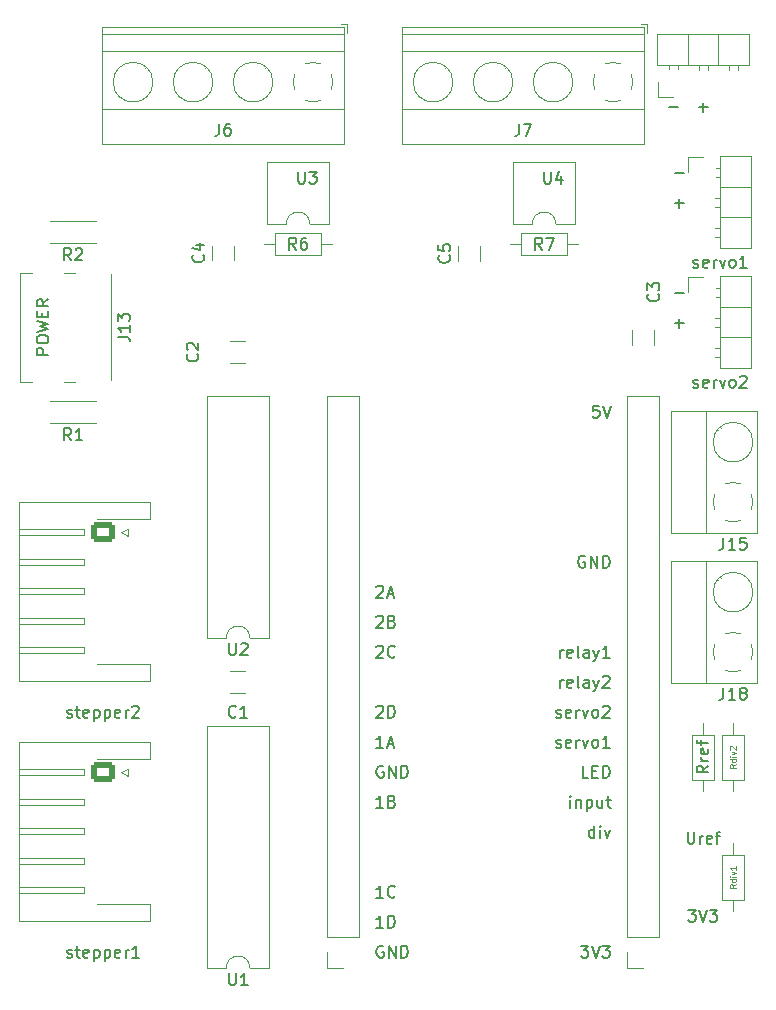
<source format=gto>
G04 #@! TF.GenerationSoftware,KiCad,Pcbnew,(6.0.4)*
G04 #@! TF.CreationDate,2023-04-20T13:50:41+02:00*
G04 #@! TF.ProjectId,XRTL_opto,5852544c-5f6f-4707-946f-2e6b69636164,1.0*
G04 #@! TF.SameCoordinates,Original*
G04 #@! TF.FileFunction,Legend,Top*
G04 #@! TF.FilePolarity,Positive*
%FSLAX46Y46*%
G04 Gerber Fmt 4.6, Leading zero omitted, Abs format (unit mm)*
G04 Created by KiCad (PCBNEW (6.0.4)) date 2023-04-20 13:50:41*
%MOMM*%
%LPD*%
G01*
G04 APERTURE LIST*
G04 Aperture macros list*
%AMRoundRect*
0 Rectangle with rounded corners*
0 $1 Rounding radius*
0 $2 $3 $4 $5 $6 $7 $8 $9 X,Y pos of 4 corners*
0 Add a 4 corners polygon primitive as box body*
4,1,4,$2,$3,$4,$5,$6,$7,$8,$9,$2,$3,0*
0 Add four circle primitives for the rounded corners*
1,1,$1+$1,$2,$3*
1,1,$1+$1,$4,$5*
1,1,$1+$1,$6,$7*
1,1,$1+$1,$8,$9*
0 Add four rect primitives between the rounded corners*
20,1,$1+$1,$2,$3,$4,$5,0*
20,1,$1+$1,$4,$5,$6,$7,0*
20,1,$1+$1,$6,$7,$8,$9,0*
20,1,$1+$1,$8,$9,$2,$3,0*%
%AMHorizOval*
0 Thick line with rounded ends*
0 $1 width*
0 $2 $3 position (X,Y) of the first rounded end (center of the circle)*
0 $4 $5 position (X,Y) of the second rounded end (center of the circle)*
0 Add line between two ends*
20,1,$1,$2,$3,$4,$5,0*
0 Add two circle primitives to create the rounded ends*
1,1,$1,$2,$3*
1,1,$1,$4,$5*%
G04 Aperture macros list end*
%ADD10C,0.150000*%
%ADD11C,0.125000*%
%ADD12C,0.120000*%
%ADD13R,2.600000X2.600000*%
%ADD14C,2.600000*%
%ADD15C,1.400000*%
%ADD16O,1.400000X1.400000*%
%ADD17R,1.700000X1.700000*%
%ADD18C,1.600000*%
%ADD19R,1.600000X1.600000*%
%ADD20O,1.600000X1.600000*%
%ADD21HorizOval,1.600000X0.000000X0.000000X0.000000X0.000000X0*%
%ADD22O,1.700000X1.700000*%
%ADD23HorizOval,1.700000X0.000000X0.000000X0.000000X0.000000X0*%
%ADD24RoundRect,0.250000X-0.725000X0.600000X-0.725000X-0.600000X0.725000X-0.600000X0.725000X0.600000X0*%
%ADD25O,1.950000X1.700000*%
%ADD26O,2.600000X2.600000*%
%ADD27C,0.700000*%
%ADD28O,1.700000X0.900000*%
%ADD29O,2.400000X0.900000*%
G04 APERTURE END LIST*
D10*
X122886309Y-117292380D02*
X122886309Y-116292380D01*
X122886309Y-117244761D02*
X122791071Y-117292380D01*
X122600595Y-117292380D01*
X122505357Y-117244761D01*
X122457738Y-117197142D01*
X122410119Y-117101904D01*
X122410119Y-116816190D01*
X122457738Y-116720952D01*
X122505357Y-116673333D01*
X122600595Y-116625714D01*
X122791071Y-116625714D01*
X122886309Y-116673333D01*
X123362500Y-117292380D02*
X123362500Y-116625714D01*
X123362500Y-116292380D02*
X123314880Y-116340000D01*
X123362500Y-116387619D01*
X123410119Y-116340000D01*
X123362500Y-116292380D01*
X123362500Y-116387619D01*
X123743452Y-116625714D02*
X123981547Y-117292380D01*
X124219642Y-116625714D01*
X122076785Y-93480000D02*
X121981547Y-93432380D01*
X121838690Y-93432380D01*
X121695833Y-93480000D01*
X121600595Y-93575238D01*
X121552976Y-93670476D01*
X121505357Y-93860952D01*
X121505357Y-94003809D01*
X121552976Y-94194285D01*
X121600595Y-94289523D01*
X121695833Y-94384761D01*
X121838690Y-94432380D01*
X121933928Y-94432380D01*
X122076785Y-94384761D01*
X122124404Y-94337142D01*
X122124404Y-94003809D01*
X121933928Y-94003809D01*
X122552976Y-94432380D02*
X122552976Y-93432380D01*
X123124404Y-94432380D01*
X123124404Y-93432380D01*
X123600595Y-94432380D02*
X123600595Y-93432380D01*
X123838690Y-93432380D01*
X123981547Y-93480000D01*
X124076785Y-93575238D01*
X124124404Y-93670476D01*
X124172023Y-93860952D01*
X124172023Y-94003809D01*
X124124404Y-94194285D01*
X124076785Y-94289523D01*
X123981547Y-94384761D01*
X123838690Y-94432380D01*
X123600595Y-94432380D01*
X122362500Y-112212380D02*
X121886309Y-112212380D01*
X121886309Y-111212380D01*
X122695833Y-111688571D02*
X123029166Y-111688571D01*
X123172023Y-112212380D02*
X122695833Y-112212380D01*
X122695833Y-111212380D01*
X123172023Y-111212380D01*
X123600595Y-112212380D02*
X123600595Y-111212380D01*
X123838690Y-111212380D01*
X123981547Y-111260000D01*
X124076785Y-111355238D01*
X124124404Y-111450476D01*
X124172023Y-111640952D01*
X124172023Y-111783809D01*
X124124404Y-111974285D01*
X124076785Y-112069523D01*
X123981547Y-112164761D01*
X123838690Y-112212380D01*
X123600595Y-112212380D01*
X129667047Y-63571428D02*
X130428952Y-63571428D01*
X130048000Y-63952380D02*
X130048000Y-63190476D01*
X119648214Y-107084761D02*
X119743452Y-107132380D01*
X119933928Y-107132380D01*
X120029166Y-107084761D01*
X120076785Y-106989523D01*
X120076785Y-106941904D01*
X120029166Y-106846666D01*
X119933928Y-106799047D01*
X119791071Y-106799047D01*
X119695833Y-106751428D01*
X119648214Y-106656190D01*
X119648214Y-106608571D01*
X119695833Y-106513333D01*
X119791071Y-106465714D01*
X119933928Y-106465714D01*
X120029166Y-106513333D01*
X120886309Y-107084761D02*
X120791071Y-107132380D01*
X120600595Y-107132380D01*
X120505357Y-107084761D01*
X120457738Y-106989523D01*
X120457738Y-106608571D01*
X120505357Y-106513333D01*
X120600595Y-106465714D01*
X120791071Y-106465714D01*
X120886309Y-106513333D01*
X120933928Y-106608571D01*
X120933928Y-106703809D01*
X120457738Y-106799047D01*
X121362500Y-107132380D02*
X121362500Y-106465714D01*
X121362500Y-106656190D02*
X121410119Y-106560952D01*
X121457738Y-106513333D01*
X121552976Y-106465714D01*
X121648214Y-106465714D01*
X121886309Y-106465714D02*
X122124404Y-107132380D01*
X122362500Y-106465714D01*
X122886309Y-107132380D02*
X122791071Y-107084761D01*
X122743452Y-107037142D01*
X122695833Y-106941904D01*
X122695833Y-106656190D01*
X122743452Y-106560952D01*
X122791071Y-106513333D01*
X122886309Y-106465714D01*
X123029166Y-106465714D01*
X123124404Y-106513333D01*
X123172023Y-106560952D01*
X123219642Y-106656190D01*
X123219642Y-106941904D01*
X123172023Y-107037142D01*
X123124404Y-107084761D01*
X123029166Y-107132380D01*
X122886309Y-107132380D01*
X123600595Y-106227619D02*
X123648214Y-106180000D01*
X123743452Y-106132380D01*
X123981547Y-106132380D01*
X124076785Y-106180000D01*
X124124404Y-106227619D01*
X124172023Y-106322857D01*
X124172023Y-106418095D01*
X124124404Y-106560952D01*
X123552976Y-107132380D01*
X124172023Y-107132380D01*
X121743452Y-126452380D02*
X122362500Y-126452380D01*
X122029166Y-126833333D01*
X122172023Y-126833333D01*
X122267261Y-126880952D01*
X122314880Y-126928571D01*
X122362500Y-127023809D01*
X122362500Y-127261904D01*
X122314880Y-127357142D01*
X122267261Y-127404761D01*
X122172023Y-127452380D01*
X121886309Y-127452380D01*
X121791071Y-127404761D01*
X121743452Y-127357142D01*
X122648214Y-126452380D02*
X122981547Y-127452380D01*
X123314880Y-126452380D01*
X123552976Y-126452380D02*
X124172023Y-126452380D01*
X123838690Y-126833333D01*
X123981547Y-126833333D01*
X124076785Y-126880952D01*
X124124404Y-126928571D01*
X124172023Y-127023809D01*
X124172023Y-127261904D01*
X124124404Y-127357142D01*
X124076785Y-127404761D01*
X123981547Y-127452380D01*
X123695833Y-127452380D01*
X123600595Y-127404761D01*
X123552976Y-127357142D01*
X129667047Y-73731428D02*
X130428952Y-73731428D01*
X130048000Y-74112380D02*
X130048000Y-73350476D01*
X129667047Y-61031428D02*
X130428952Y-61031428D01*
X76652380Y-76404523D02*
X75652380Y-76404523D01*
X75652380Y-76023571D01*
X75700000Y-75928333D01*
X75747619Y-75880714D01*
X75842857Y-75833095D01*
X75985714Y-75833095D01*
X76080952Y-75880714D01*
X76128571Y-75928333D01*
X76176190Y-76023571D01*
X76176190Y-76404523D01*
X75652380Y-75214047D02*
X75652380Y-75023571D01*
X75700000Y-74928333D01*
X75795238Y-74833095D01*
X75985714Y-74785476D01*
X76319047Y-74785476D01*
X76509523Y-74833095D01*
X76604761Y-74928333D01*
X76652380Y-75023571D01*
X76652380Y-75214047D01*
X76604761Y-75309285D01*
X76509523Y-75404523D01*
X76319047Y-75452142D01*
X75985714Y-75452142D01*
X75795238Y-75404523D01*
X75700000Y-75309285D01*
X75652380Y-75214047D01*
X75652380Y-74452142D02*
X76652380Y-74214047D01*
X75938095Y-74023571D01*
X76652380Y-73833095D01*
X75652380Y-73595000D01*
X76128571Y-73214047D02*
X76128571Y-72880714D01*
X76652380Y-72737857D02*
X76652380Y-73214047D01*
X75652380Y-73214047D01*
X75652380Y-72737857D01*
X76652380Y-71737857D02*
X76176190Y-72071190D01*
X76652380Y-72309285D02*
X75652380Y-72309285D01*
X75652380Y-71928333D01*
X75700000Y-71833095D01*
X75747619Y-71785476D01*
X75842857Y-71737857D01*
X75985714Y-71737857D01*
X76080952Y-71785476D01*
X76128571Y-71833095D01*
X76176190Y-71928333D01*
X76176190Y-72309285D01*
X129159047Y-55443428D02*
X129920952Y-55443428D01*
X119648214Y-109624761D02*
X119743452Y-109672380D01*
X119933928Y-109672380D01*
X120029166Y-109624761D01*
X120076785Y-109529523D01*
X120076785Y-109481904D01*
X120029166Y-109386666D01*
X119933928Y-109339047D01*
X119791071Y-109339047D01*
X119695833Y-109291428D01*
X119648214Y-109196190D01*
X119648214Y-109148571D01*
X119695833Y-109053333D01*
X119791071Y-109005714D01*
X119933928Y-109005714D01*
X120029166Y-109053333D01*
X120886309Y-109624761D02*
X120791071Y-109672380D01*
X120600595Y-109672380D01*
X120505357Y-109624761D01*
X120457738Y-109529523D01*
X120457738Y-109148571D01*
X120505357Y-109053333D01*
X120600595Y-109005714D01*
X120791071Y-109005714D01*
X120886309Y-109053333D01*
X120933928Y-109148571D01*
X120933928Y-109243809D01*
X120457738Y-109339047D01*
X121362500Y-109672380D02*
X121362500Y-109005714D01*
X121362500Y-109196190D02*
X121410119Y-109100952D01*
X121457738Y-109053333D01*
X121552976Y-109005714D01*
X121648214Y-109005714D01*
X121886309Y-109005714D02*
X122124404Y-109672380D01*
X122362500Y-109005714D01*
X122886309Y-109672380D02*
X122791071Y-109624761D01*
X122743452Y-109577142D01*
X122695833Y-109481904D01*
X122695833Y-109196190D01*
X122743452Y-109100952D01*
X122791071Y-109053333D01*
X122886309Y-109005714D01*
X123029166Y-109005714D01*
X123124404Y-109053333D01*
X123172023Y-109100952D01*
X123219642Y-109196190D01*
X123219642Y-109481904D01*
X123172023Y-109577142D01*
X123124404Y-109624761D01*
X123029166Y-109672380D01*
X122886309Y-109672380D01*
X124172023Y-109672380D02*
X123600595Y-109672380D01*
X123886309Y-109672380D02*
X123886309Y-108672380D01*
X123791071Y-108815238D01*
X123695833Y-108910476D01*
X123600595Y-108958095D01*
X104427976Y-106227619D02*
X104475595Y-106180000D01*
X104570833Y-106132380D01*
X104808928Y-106132380D01*
X104904166Y-106180000D01*
X104951785Y-106227619D01*
X104999404Y-106322857D01*
X104999404Y-106418095D01*
X104951785Y-106560952D01*
X104380357Y-107132380D01*
X104999404Y-107132380D01*
X105427976Y-107132380D02*
X105427976Y-106132380D01*
X105666071Y-106132380D01*
X105808928Y-106180000D01*
X105904166Y-106275238D01*
X105951785Y-106370476D01*
X105999404Y-106560952D01*
X105999404Y-106703809D01*
X105951785Y-106894285D01*
X105904166Y-106989523D01*
X105808928Y-107084761D01*
X105666071Y-107132380D01*
X105427976Y-107132380D01*
X129667047Y-71191428D02*
X130428952Y-71191428D01*
X78232380Y-107084761D02*
X78327619Y-107132380D01*
X78518095Y-107132380D01*
X78613333Y-107084761D01*
X78660952Y-106989523D01*
X78660952Y-106941904D01*
X78613333Y-106846666D01*
X78518095Y-106799047D01*
X78375238Y-106799047D01*
X78280000Y-106751428D01*
X78232380Y-106656190D01*
X78232380Y-106608571D01*
X78280000Y-106513333D01*
X78375238Y-106465714D01*
X78518095Y-106465714D01*
X78613333Y-106513333D01*
X78946666Y-106465714D02*
X79327619Y-106465714D01*
X79089523Y-106132380D02*
X79089523Y-106989523D01*
X79137142Y-107084761D01*
X79232380Y-107132380D01*
X79327619Y-107132380D01*
X80041904Y-107084761D02*
X79946666Y-107132380D01*
X79756190Y-107132380D01*
X79660952Y-107084761D01*
X79613333Y-106989523D01*
X79613333Y-106608571D01*
X79660952Y-106513333D01*
X79756190Y-106465714D01*
X79946666Y-106465714D01*
X80041904Y-106513333D01*
X80089523Y-106608571D01*
X80089523Y-106703809D01*
X79613333Y-106799047D01*
X80518095Y-106465714D02*
X80518095Y-107465714D01*
X80518095Y-106513333D02*
X80613333Y-106465714D01*
X80803809Y-106465714D01*
X80899047Y-106513333D01*
X80946666Y-106560952D01*
X80994285Y-106656190D01*
X80994285Y-106941904D01*
X80946666Y-107037142D01*
X80899047Y-107084761D01*
X80803809Y-107132380D01*
X80613333Y-107132380D01*
X80518095Y-107084761D01*
X81422857Y-106465714D02*
X81422857Y-107465714D01*
X81422857Y-106513333D02*
X81518095Y-106465714D01*
X81708571Y-106465714D01*
X81803809Y-106513333D01*
X81851428Y-106560952D01*
X81899047Y-106656190D01*
X81899047Y-106941904D01*
X81851428Y-107037142D01*
X81803809Y-107084761D01*
X81708571Y-107132380D01*
X81518095Y-107132380D01*
X81422857Y-107084761D01*
X82708571Y-107084761D02*
X82613333Y-107132380D01*
X82422857Y-107132380D01*
X82327619Y-107084761D01*
X82280000Y-106989523D01*
X82280000Y-106608571D01*
X82327619Y-106513333D01*
X82422857Y-106465714D01*
X82613333Y-106465714D01*
X82708571Y-106513333D01*
X82756190Y-106608571D01*
X82756190Y-106703809D01*
X82280000Y-106799047D01*
X83184761Y-107132380D02*
X83184761Y-106465714D01*
X83184761Y-106656190D02*
X83232380Y-106560952D01*
X83280000Y-106513333D01*
X83375238Y-106465714D01*
X83470476Y-106465714D01*
X83756190Y-106227619D02*
X83803809Y-106180000D01*
X83899047Y-106132380D01*
X84137142Y-106132380D01*
X84232380Y-106180000D01*
X84280000Y-106227619D01*
X84327619Y-106322857D01*
X84327619Y-106418095D01*
X84280000Y-106560952D01*
X83708571Y-107132380D01*
X84327619Y-107132380D01*
X104999404Y-122372380D02*
X104427976Y-122372380D01*
X104713690Y-122372380D02*
X104713690Y-121372380D01*
X104618452Y-121515238D01*
X104523214Y-121610476D01*
X104427976Y-121658095D01*
X105999404Y-122277142D02*
X105951785Y-122324761D01*
X105808928Y-122372380D01*
X105713690Y-122372380D01*
X105570833Y-122324761D01*
X105475595Y-122229523D01*
X105427976Y-122134285D01*
X105380357Y-121943809D01*
X105380357Y-121800952D01*
X105427976Y-121610476D01*
X105475595Y-121515238D01*
X105570833Y-121420000D01*
X105713690Y-121372380D01*
X105808928Y-121372380D01*
X105951785Y-121420000D01*
X105999404Y-121467619D01*
X104999404Y-124912380D02*
X104427976Y-124912380D01*
X104713690Y-124912380D02*
X104713690Y-123912380D01*
X104618452Y-124055238D01*
X104523214Y-124150476D01*
X104427976Y-124198095D01*
X105427976Y-124912380D02*
X105427976Y-123912380D01*
X105666071Y-123912380D01*
X105808928Y-123960000D01*
X105904166Y-124055238D01*
X105951785Y-124150476D01*
X105999404Y-124340952D01*
X105999404Y-124483809D01*
X105951785Y-124674285D01*
X105904166Y-124769523D01*
X105808928Y-124864761D01*
X105666071Y-124912380D01*
X105427976Y-124912380D01*
X119981547Y-102052380D02*
X119981547Y-101385714D01*
X119981547Y-101576190D02*
X120029166Y-101480952D01*
X120076785Y-101433333D01*
X120172023Y-101385714D01*
X120267261Y-101385714D01*
X120981547Y-102004761D02*
X120886309Y-102052380D01*
X120695833Y-102052380D01*
X120600595Y-102004761D01*
X120552976Y-101909523D01*
X120552976Y-101528571D01*
X120600595Y-101433333D01*
X120695833Y-101385714D01*
X120886309Y-101385714D01*
X120981547Y-101433333D01*
X121029166Y-101528571D01*
X121029166Y-101623809D01*
X120552976Y-101719047D01*
X121600595Y-102052380D02*
X121505357Y-102004761D01*
X121457738Y-101909523D01*
X121457738Y-101052380D01*
X122410119Y-102052380D02*
X122410119Y-101528571D01*
X122362500Y-101433333D01*
X122267261Y-101385714D01*
X122076785Y-101385714D01*
X121981547Y-101433333D01*
X122410119Y-102004761D02*
X122314880Y-102052380D01*
X122076785Y-102052380D01*
X121981547Y-102004761D01*
X121933928Y-101909523D01*
X121933928Y-101814285D01*
X121981547Y-101719047D01*
X122076785Y-101671428D01*
X122314880Y-101671428D01*
X122410119Y-101623809D01*
X122791071Y-101385714D02*
X123029166Y-102052380D01*
X123267261Y-101385714D02*
X123029166Y-102052380D01*
X122933928Y-102290476D01*
X122886309Y-102338095D01*
X122791071Y-102385714D01*
X124172023Y-102052380D02*
X123600595Y-102052380D01*
X123886309Y-102052380D02*
X123886309Y-101052380D01*
X123791071Y-101195238D01*
X123695833Y-101290476D01*
X123600595Y-101338095D01*
X131258095Y-68984761D02*
X131353333Y-69032380D01*
X131543809Y-69032380D01*
X131639047Y-68984761D01*
X131686666Y-68889523D01*
X131686666Y-68841904D01*
X131639047Y-68746666D01*
X131543809Y-68699047D01*
X131400952Y-68699047D01*
X131305714Y-68651428D01*
X131258095Y-68556190D01*
X131258095Y-68508571D01*
X131305714Y-68413333D01*
X131400952Y-68365714D01*
X131543809Y-68365714D01*
X131639047Y-68413333D01*
X132496190Y-68984761D02*
X132400952Y-69032380D01*
X132210476Y-69032380D01*
X132115238Y-68984761D01*
X132067619Y-68889523D01*
X132067619Y-68508571D01*
X132115238Y-68413333D01*
X132210476Y-68365714D01*
X132400952Y-68365714D01*
X132496190Y-68413333D01*
X132543809Y-68508571D01*
X132543809Y-68603809D01*
X132067619Y-68699047D01*
X132972380Y-69032380D02*
X132972380Y-68365714D01*
X132972380Y-68556190D02*
X133020000Y-68460952D01*
X133067619Y-68413333D01*
X133162857Y-68365714D01*
X133258095Y-68365714D01*
X133496190Y-68365714D02*
X133734285Y-69032380D01*
X133972380Y-68365714D01*
X134496190Y-69032380D02*
X134400952Y-68984761D01*
X134353333Y-68937142D01*
X134305714Y-68841904D01*
X134305714Y-68556190D01*
X134353333Y-68460952D01*
X134400952Y-68413333D01*
X134496190Y-68365714D01*
X134639047Y-68365714D01*
X134734285Y-68413333D01*
X134781904Y-68460952D01*
X134829523Y-68556190D01*
X134829523Y-68841904D01*
X134781904Y-68937142D01*
X134734285Y-68984761D01*
X134639047Y-69032380D01*
X134496190Y-69032380D01*
X135781904Y-69032380D02*
X135210476Y-69032380D01*
X135496190Y-69032380D02*
X135496190Y-68032380D01*
X135400952Y-68175238D01*
X135305714Y-68270476D01*
X135210476Y-68318095D01*
X120838690Y-114752380D02*
X120838690Y-114085714D01*
X120838690Y-113752380D02*
X120791071Y-113800000D01*
X120838690Y-113847619D01*
X120886309Y-113800000D01*
X120838690Y-113752380D01*
X120838690Y-113847619D01*
X121314880Y-114085714D02*
X121314880Y-114752380D01*
X121314880Y-114180952D02*
X121362500Y-114133333D01*
X121457738Y-114085714D01*
X121600595Y-114085714D01*
X121695833Y-114133333D01*
X121743452Y-114228571D01*
X121743452Y-114752380D01*
X122219642Y-114085714D02*
X122219642Y-115085714D01*
X122219642Y-114133333D02*
X122314880Y-114085714D01*
X122505357Y-114085714D01*
X122600595Y-114133333D01*
X122648214Y-114180952D01*
X122695833Y-114276190D01*
X122695833Y-114561904D01*
X122648214Y-114657142D01*
X122600595Y-114704761D01*
X122505357Y-114752380D01*
X122314880Y-114752380D01*
X122219642Y-114704761D01*
X123552976Y-114085714D02*
X123552976Y-114752380D01*
X123124404Y-114085714D02*
X123124404Y-114609523D01*
X123172023Y-114704761D01*
X123267261Y-114752380D01*
X123410119Y-114752380D01*
X123505357Y-114704761D01*
X123552976Y-114657142D01*
X123886309Y-114085714D02*
X124267261Y-114085714D01*
X124029166Y-113752380D02*
X124029166Y-114609523D01*
X124076785Y-114704761D01*
X124172023Y-114752380D01*
X124267261Y-114752380D01*
X119981547Y-104592380D02*
X119981547Y-103925714D01*
X119981547Y-104116190D02*
X120029166Y-104020952D01*
X120076785Y-103973333D01*
X120172023Y-103925714D01*
X120267261Y-103925714D01*
X120981547Y-104544761D02*
X120886309Y-104592380D01*
X120695833Y-104592380D01*
X120600595Y-104544761D01*
X120552976Y-104449523D01*
X120552976Y-104068571D01*
X120600595Y-103973333D01*
X120695833Y-103925714D01*
X120886309Y-103925714D01*
X120981547Y-103973333D01*
X121029166Y-104068571D01*
X121029166Y-104163809D01*
X120552976Y-104259047D01*
X121600595Y-104592380D02*
X121505357Y-104544761D01*
X121457738Y-104449523D01*
X121457738Y-103592380D01*
X122410119Y-104592380D02*
X122410119Y-104068571D01*
X122362500Y-103973333D01*
X122267261Y-103925714D01*
X122076785Y-103925714D01*
X121981547Y-103973333D01*
X122410119Y-104544761D02*
X122314880Y-104592380D01*
X122076785Y-104592380D01*
X121981547Y-104544761D01*
X121933928Y-104449523D01*
X121933928Y-104354285D01*
X121981547Y-104259047D01*
X122076785Y-104211428D01*
X122314880Y-104211428D01*
X122410119Y-104163809D01*
X122791071Y-103925714D02*
X123029166Y-104592380D01*
X123267261Y-103925714D02*
X123029166Y-104592380D01*
X122933928Y-104830476D01*
X122886309Y-104878095D01*
X122791071Y-104925714D01*
X123600595Y-103687619D02*
X123648214Y-103640000D01*
X123743452Y-103592380D01*
X123981547Y-103592380D01*
X124076785Y-103640000D01*
X124124404Y-103687619D01*
X124172023Y-103782857D01*
X124172023Y-103878095D01*
X124124404Y-104020952D01*
X123552976Y-104592380D01*
X124172023Y-104592380D01*
X104999404Y-111260000D02*
X104904166Y-111212380D01*
X104761309Y-111212380D01*
X104618452Y-111260000D01*
X104523214Y-111355238D01*
X104475595Y-111450476D01*
X104427976Y-111640952D01*
X104427976Y-111783809D01*
X104475595Y-111974285D01*
X104523214Y-112069523D01*
X104618452Y-112164761D01*
X104761309Y-112212380D01*
X104856547Y-112212380D01*
X104999404Y-112164761D01*
X105047023Y-112117142D01*
X105047023Y-111783809D01*
X104856547Y-111783809D01*
X105475595Y-112212380D02*
X105475595Y-111212380D01*
X106047023Y-112212380D01*
X106047023Y-111212380D01*
X106523214Y-112212380D02*
X106523214Y-111212380D01*
X106761309Y-111212380D01*
X106904166Y-111260000D01*
X106999404Y-111355238D01*
X107047023Y-111450476D01*
X107094642Y-111640952D01*
X107094642Y-111783809D01*
X107047023Y-111974285D01*
X106999404Y-112069523D01*
X106904166Y-112164761D01*
X106761309Y-112212380D01*
X106523214Y-112212380D01*
X78232380Y-127404761D02*
X78327619Y-127452380D01*
X78518095Y-127452380D01*
X78613333Y-127404761D01*
X78660952Y-127309523D01*
X78660952Y-127261904D01*
X78613333Y-127166666D01*
X78518095Y-127119047D01*
X78375238Y-127119047D01*
X78280000Y-127071428D01*
X78232380Y-126976190D01*
X78232380Y-126928571D01*
X78280000Y-126833333D01*
X78375238Y-126785714D01*
X78518095Y-126785714D01*
X78613333Y-126833333D01*
X78946666Y-126785714D02*
X79327619Y-126785714D01*
X79089523Y-126452380D02*
X79089523Y-127309523D01*
X79137142Y-127404761D01*
X79232380Y-127452380D01*
X79327619Y-127452380D01*
X80041904Y-127404761D02*
X79946666Y-127452380D01*
X79756190Y-127452380D01*
X79660952Y-127404761D01*
X79613333Y-127309523D01*
X79613333Y-126928571D01*
X79660952Y-126833333D01*
X79756190Y-126785714D01*
X79946666Y-126785714D01*
X80041904Y-126833333D01*
X80089523Y-126928571D01*
X80089523Y-127023809D01*
X79613333Y-127119047D01*
X80518095Y-126785714D02*
X80518095Y-127785714D01*
X80518095Y-126833333D02*
X80613333Y-126785714D01*
X80803809Y-126785714D01*
X80899047Y-126833333D01*
X80946666Y-126880952D01*
X80994285Y-126976190D01*
X80994285Y-127261904D01*
X80946666Y-127357142D01*
X80899047Y-127404761D01*
X80803809Y-127452380D01*
X80613333Y-127452380D01*
X80518095Y-127404761D01*
X81422857Y-126785714D02*
X81422857Y-127785714D01*
X81422857Y-126833333D02*
X81518095Y-126785714D01*
X81708571Y-126785714D01*
X81803809Y-126833333D01*
X81851428Y-126880952D01*
X81899047Y-126976190D01*
X81899047Y-127261904D01*
X81851428Y-127357142D01*
X81803809Y-127404761D01*
X81708571Y-127452380D01*
X81518095Y-127452380D01*
X81422857Y-127404761D01*
X82708571Y-127404761D02*
X82613333Y-127452380D01*
X82422857Y-127452380D01*
X82327619Y-127404761D01*
X82280000Y-127309523D01*
X82280000Y-126928571D01*
X82327619Y-126833333D01*
X82422857Y-126785714D01*
X82613333Y-126785714D01*
X82708571Y-126833333D01*
X82756190Y-126928571D01*
X82756190Y-127023809D01*
X82280000Y-127119047D01*
X83184761Y-127452380D02*
X83184761Y-126785714D01*
X83184761Y-126976190D02*
X83232380Y-126880952D01*
X83280000Y-126833333D01*
X83375238Y-126785714D01*
X83470476Y-126785714D01*
X84327619Y-127452380D02*
X83756190Y-127452380D01*
X84041904Y-127452380D02*
X84041904Y-126452380D01*
X83946666Y-126595238D01*
X83851428Y-126690476D01*
X83756190Y-126738095D01*
X104999404Y-126500000D02*
X104904166Y-126452380D01*
X104761309Y-126452380D01*
X104618452Y-126500000D01*
X104523214Y-126595238D01*
X104475595Y-126690476D01*
X104427976Y-126880952D01*
X104427976Y-127023809D01*
X104475595Y-127214285D01*
X104523214Y-127309523D01*
X104618452Y-127404761D01*
X104761309Y-127452380D01*
X104856547Y-127452380D01*
X104999404Y-127404761D01*
X105047023Y-127357142D01*
X105047023Y-127023809D01*
X104856547Y-127023809D01*
X105475595Y-127452380D02*
X105475595Y-126452380D01*
X106047023Y-127452380D01*
X106047023Y-126452380D01*
X106523214Y-127452380D02*
X106523214Y-126452380D01*
X106761309Y-126452380D01*
X106904166Y-126500000D01*
X106999404Y-126595238D01*
X107047023Y-126690476D01*
X107094642Y-126880952D01*
X107094642Y-127023809D01*
X107047023Y-127214285D01*
X106999404Y-127309523D01*
X106904166Y-127404761D01*
X106761309Y-127452380D01*
X106523214Y-127452380D01*
X104427976Y-101147619D02*
X104475595Y-101100000D01*
X104570833Y-101052380D01*
X104808928Y-101052380D01*
X104904166Y-101100000D01*
X104951785Y-101147619D01*
X104999404Y-101242857D01*
X104999404Y-101338095D01*
X104951785Y-101480952D01*
X104380357Y-102052380D01*
X104999404Y-102052380D01*
X105999404Y-101957142D02*
X105951785Y-102004761D01*
X105808928Y-102052380D01*
X105713690Y-102052380D01*
X105570833Y-102004761D01*
X105475595Y-101909523D01*
X105427976Y-101814285D01*
X105380357Y-101623809D01*
X105380357Y-101480952D01*
X105427976Y-101290476D01*
X105475595Y-101195238D01*
X105570833Y-101100000D01*
X105713690Y-101052380D01*
X105808928Y-101052380D01*
X105951785Y-101100000D01*
X105999404Y-101147619D01*
X131258095Y-79144761D02*
X131353333Y-79192380D01*
X131543809Y-79192380D01*
X131639047Y-79144761D01*
X131686666Y-79049523D01*
X131686666Y-79001904D01*
X131639047Y-78906666D01*
X131543809Y-78859047D01*
X131400952Y-78859047D01*
X131305714Y-78811428D01*
X131258095Y-78716190D01*
X131258095Y-78668571D01*
X131305714Y-78573333D01*
X131400952Y-78525714D01*
X131543809Y-78525714D01*
X131639047Y-78573333D01*
X132496190Y-79144761D02*
X132400952Y-79192380D01*
X132210476Y-79192380D01*
X132115238Y-79144761D01*
X132067619Y-79049523D01*
X132067619Y-78668571D01*
X132115238Y-78573333D01*
X132210476Y-78525714D01*
X132400952Y-78525714D01*
X132496190Y-78573333D01*
X132543809Y-78668571D01*
X132543809Y-78763809D01*
X132067619Y-78859047D01*
X132972380Y-79192380D02*
X132972380Y-78525714D01*
X132972380Y-78716190D02*
X133020000Y-78620952D01*
X133067619Y-78573333D01*
X133162857Y-78525714D01*
X133258095Y-78525714D01*
X133496190Y-78525714D02*
X133734285Y-79192380D01*
X133972380Y-78525714D01*
X134496190Y-79192380D02*
X134400952Y-79144761D01*
X134353333Y-79097142D01*
X134305714Y-79001904D01*
X134305714Y-78716190D01*
X134353333Y-78620952D01*
X134400952Y-78573333D01*
X134496190Y-78525714D01*
X134639047Y-78525714D01*
X134734285Y-78573333D01*
X134781904Y-78620952D01*
X134829523Y-78716190D01*
X134829523Y-79001904D01*
X134781904Y-79097142D01*
X134734285Y-79144761D01*
X134639047Y-79192380D01*
X134496190Y-79192380D01*
X135210476Y-78287619D02*
X135258095Y-78240000D01*
X135353333Y-78192380D01*
X135591428Y-78192380D01*
X135686666Y-78240000D01*
X135734285Y-78287619D01*
X135781904Y-78382857D01*
X135781904Y-78478095D01*
X135734285Y-78620952D01*
X135162857Y-79192380D01*
X135781904Y-79192380D01*
X104999404Y-109672380D02*
X104427976Y-109672380D01*
X104713690Y-109672380D02*
X104713690Y-108672380D01*
X104618452Y-108815238D01*
X104523214Y-108910476D01*
X104427976Y-108958095D01*
X105380357Y-109386666D02*
X105856547Y-109386666D01*
X105285119Y-109672380D02*
X105618452Y-108672380D01*
X105951785Y-109672380D01*
X104999404Y-114752380D02*
X104427976Y-114752380D01*
X104713690Y-114752380D02*
X104713690Y-113752380D01*
X104618452Y-113895238D01*
X104523214Y-113990476D01*
X104427976Y-114038095D01*
X105761309Y-114228571D02*
X105904166Y-114276190D01*
X105951785Y-114323809D01*
X105999404Y-114419047D01*
X105999404Y-114561904D01*
X105951785Y-114657142D01*
X105904166Y-114704761D01*
X105808928Y-114752380D01*
X105427976Y-114752380D01*
X105427976Y-113752380D01*
X105761309Y-113752380D01*
X105856547Y-113800000D01*
X105904166Y-113847619D01*
X105951785Y-113942857D01*
X105951785Y-114038095D01*
X105904166Y-114133333D01*
X105856547Y-114180952D01*
X105761309Y-114228571D01*
X105427976Y-114228571D01*
X104427976Y-98607619D02*
X104475595Y-98560000D01*
X104570833Y-98512380D01*
X104808928Y-98512380D01*
X104904166Y-98560000D01*
X104951785Y-98607619D01*
X104999404Y-98702857D01*
X104999404Y-98798095D01*
X104951785Y-98940952D01*
X104380357Y-99512380D01*
X104999404Y-99512380D01*
X105761309Y-98988571D02*
X105904166Y-99036190D01*
X105951785Y-99083809D01*
X105999404Y-99179047D01*
X105999404Y-99321904D01*
X105951785Y-99417142D01*
X105904166Y-99464761D01*
X105808928Y-99512380D01*
X105427976Y-99512380D01*
X105427976Y-98512380D01*
X105761309Y-98512380D01*
X105856547Y-98560000D01*
X105904166Y-98607619D01*
X105951785Y-98702857D01*
X105951785Y-98798095D01*
X105904166Y-98893333D01*
X105856547Y-98940952D01*
X105761309Y-98988571D01*
X105427976Y-98988571D01*
X131699047Y-55443428D02*
X132460952Y-55443428D01*
X132080000Y-55824380D02*
X132080000Y-55062476D01*
X123267261Y-80732380D02*
X122791071Y-80732380D01*
X122743452Y-81208571D01*
X122791071Y-81160952D01*
X122886309Y-81113333D01*
X123124404Y-81113333D01*
X123219642Y-81160952D01*
X123267261Y-81208571D01*
X123314880Y-81303809D01*
X123314880Y-81541904D01*
X123267261Y-81637142D01*
X123219642Y-81684761D01*
X123124404Y-81732380D01*
X122886309Y-81732380D01*
X122791071Y-81684761D01*
X122743452Y-81637142D01*
X123600595Y-80732380D02*
X123933928Y-81732380D01*
X124267261Y-80732380D01*
X104427976Y-96067619D02*
X104475595Y-96020000D01*
X104570833Y-95972380D01*
X104808928Y-95972380D01*
X104904166Y-96020000D01*
X104951785Y-96067619D01*
X104999404Y-96162857D01*
X104999404Y-96258095D01*
X104951785Y-96400952D01*
X104380357Y-96972380D01*
X104999404Y-96972380D01*
X105380357Y-96686666D02*
X105856547Y-96686666D01*
X105285119Y-96972380D02*
X105618452Y-95972380D01*
X105951785Y-96972380D01*
X116506666Y-56856380D02*
X116506666Y-57570666D01*
X116459047Y-57713523D01*
X116363809Y-57808761D01*
X116220952Y-57856380D01*
X116125714Y-57856380D01*
X116887619Y-56856380D02*
X117554285Y-56856380D01*
X117125714Y-57856380D01*
X78573333Y-83652380D02*
X78240000Y-83176190D01*
X78001904Y-83652380D02*
X78001904Y-82652380D01*
X78382857Y-82652380D01*
X78478095Y-82700000D01*
X78525714Y-82747619D01*
X78573333Y-82842857D01*
X78573333Y-82985714D01*
X78525714Y-83080952D01*
X78478095Y-83128571D01*
X78382857Y-83176190D01*
X78001904Y-83176190D01*
X79525714Y-83652380D02*
X78954285Y-83652380D01*
X79240000Y-83652380D02*
X79240000Y-82652380D01*
X79144761Y-82795238D01*
X79049523Y-82890476D01*
X78954285Y-82938095D01*
X130841904Y-123404380D02*
X131460952Y-123404380D01*
X131127619Y-123785333D01*
X131270476Y-123785333D01*
X131365714Y-123832952D01*
X131413333Y-123880571D01*
X131460952Y-123975809D01*
X131460952Y-124213904D01*
X131413333Y-124309142D01*
X131365714Y-124356761D01*
X131270476Y-124404380D01*
X130984761Y-124404380D01*
X130889523Y-124356761D01*
X130841904Y-124309142D01*
X131746666Y-123404380D02*
X132080000Y-124404380D01*
X132413333Y-123404380D01*
X132651428Y-123404380D02*
X133270476Y-123404380D01*
X132937142Y-123785333D01*
X133080000Y-123785333D01*
X133175238Y-123832952D01*
X133222857Y-123880571D01*
X133270476Y-123975809D01*
X133270476Y-124213904D01*
X133222857Y-124309142D01*
X133175238Y-124356761D01*
X133080000Y-124404380D01*
X132794285Y-124404380D01*
X132699047Y-124356761D01*
X132651428Y-124309142D01*
X128277142Y-71286666D02*
X128324761Y-71334285D01*
X128372380Y-71477142D01*
X128372380Y-71572380D01*
X128324761Y-71715238D01*
X128229523Y-71810476D01*
X128134285Y-71858095D01*
X127943809Y-71905714D01*
X127800952Y-71905714D01*
X127610476Y-71858095D01*
X127515238Y-71810476D01*
X127420000Y-71715238D01*
X127372380Y-71572380D01*
X127372380Y-71477142D01*
X127420000Y-71334285D01*
X127467619Y-71286666D01*
X127372380Y-70953333D02*
X127372380Y-70334285D01*
X127753333Y-70667619D01*
X127753333Y-70524761D01*
X127800952Y-70429523D01*
X127848571Y-70381904D01*
X127943809Y-70334285D01*
X128181904Y-70334285D01*
X128277142Y-70381904D01*
X128324761Y-70429523D01*
X128372380Y-70524761D01*
X128372380Y-70810476D01*
X128324761Y-70905714D01*
X128277142Y-70953333D01*
X91948095Y-100842380D02*
X91948095Y-101651904D01*
X91995714Y-101747142D01*
X92043333Y-101794761D01*
X92138571Y-101842380D01*
X92329047Y-101842380D01*
X92424285Y-101794761D01*
X92471904Y-101747142D01*
X92519523Y-101651904D01*
X92519523Y-100842380D01*
X92948095Y-100937619D02*
X92995714Y-100890000D01*
X93090952Y-100842380D01*
X93329047Y-100842380D01*
X93424285Y-100890000D01*
X93471904Y-100937619D01*
X93519523Y-101032857D01*
X93519523Y-101128095D01*
X93471904Y-101270952D01*
X92900476Y-101842380D01*
X93519523Y-101842380D01*
X132532380Y-111204285D02*
X132056190Y-111537619D01*
X132532380Y-111775714D02*
X131532380Y-111775714D01*
X131532380Y-111394761D01*
X131580000Y-111299523D01*
X131627619Y-111251904D01*
X131722857Y-111204285D01*
X131865714Y-111204285D01*
X131960952Y-111251904D01*
X132008571Y-111299523D01*
X132056190Y-111394761D01*
X132056190Y-111775714D01*
X132532380Y-110775714D02*
X131865714Y-110775714D01*
X132056190Y-110775714D02*
X131960952Y-110728095D01*
X131913333Y-110680476D01*
X131865714Y-110585238D01*
X131865714Y-110490000D01*
X132484761Y-109775714D02*
X132532380Y-109870952D01*
X132532380Y-110061428D01*
X132484761Y-110156666D01*
X132389523Y-110204285D01*
X132008571Y-110204285D01*
X131913333Y-110156666D01*
X131865714Y-110061428D01*
X131865714Y-109870952D01*
X131913333Y-109775714D01*
X132008571Y-109728095D01*
X132103809Y-109728095D01*
X132199047Y-110204285D01*
X131865714Y-109442380D02*
X131865714Y-109061428D01*
X132532380Y-109299523D02*
X131675238Y-109299523D01*
X131580000Y-109251904D01*
X131532380Y-109156666D01*
X131532380Y-109061428D01*
X89257142Y-76366666D02*
X89304761Y-76414285D01*
X89352380Y-76557142D01*
X89352380Y-76652380D01*
X89304761Y-76795238D01*
X89209523Y-76890476D01*
X89114285Y-76938095D01*
X88923809Y-76985714D01*
X88780952Y-76985714D01*
X88590476Y-76938095D01*
X88495238Y-76890476D01*
X88400000Y-76795238D01*
X88352380Y-76652380D01*
X88352380Y-76557142D01*
X88400000Y-76414285D01*
X88447619Y-76366666D01*
X88447619Y-75985714D02*
X88400000Y-75938095D01*
X88352380Y-75842857D01*
X88352380Y-75604761D01*
X88400000Y-75509523D01*
X88447619Y-75461904D01*
X88542857Y-75414285D01*
X88638095Y-75414285D01*
X88780952Y-75461904D01*
X89352380Y-76033333D01*
X89352380Y-75414285D01*
X97623333Y-67508380D02*
X97290000Y-67032190D01*
X97051904Y-67508380D02*
X97051904Y-66508380D01*
X97432857Y-66508380D01*
X97528095Y-66556000D01*
X97575714Y-66603619D01*
X97623333Y-66698857D01*
X97623333Y-66841714D01*
X97575714Y-66936952D01*
X97528095Y-66984571D01*
X97432857Y-67032190D01*
X97051904Y-67032190D01*
X98480476Y-66508380D02*
X98290000Y-66508380D01*
X98194761Y-66556000D01*
X98147142Y-66603619D01*
X98051904Y-66746476D01*
X98004285Y-66936952D01*
X98004285Y-67317904D01*
X98051904Y-67413142D01*
X98099523Y-67460761D01*
X98194761Y-67508380D01*
X98385238Y-67508380D01*
X98480476Y-67460761D01*
X98528095Y-67413142D01*
X98575714Y-67317904D01*
X98575714Y-67079809D01*
X98528095Y-66984571D01*
X98480476Y-66936952D01*
X98385238Y-66889333D01*
X98194761Y-66889333D01*
X98099523Y-66936952D01*
X98051904Y-66984571D01*
X98004285Y-67079809D01*
X78573333Y-68412380D02*
X78240000Y-67936190D01*
X78001904Y-68412380D02*
X78001904Y-67412380D01*
X78382857Y-67412380D01*
X78478095Y-67460000D01*
X78525714Y-67507619D01*
X78573333Y-67602857D01*
X78573333Y-67745714D01*
X78525714Y-67840952D01*
X78478095Y-67888571D01*
X78382857Y-67936190D01*
X78001904Y-67936190D01*
X78954285Y-67507619D02*
X79001904Y-67460000D01*
X79097142Y-67412380D01*
X79335238Y-67412380D01*
X79430476Y-67460000D01*
X79478095Y-67507619D01*
X79525714Y-67602857D01*
X79525714Y-67698095D01*
X79478095Y-67840952D01*
X78906666Y-68412380D01*
X79525714Y-68412380D01*
X118451333Y-67508380D02*
X118118000Y-67032190D01*
X117879904Y-67508380D02*
X117879904Y-66508380D01*
X118260857Y-66508380D01*
X118356095Y-66556000D01*
X118403714Y-66603619D01*
X118451333Y-66698857D01*
X118451333Y-66841714D01*
X118403714Y-66936952D01*
X118356095Y-66984571D01*
X118260857Y-67032190D01*
X117879904Y-67032190D01*
X118784666Y-66508380D02*
X119451333Y-66508380D01*
X119022761Y-67508380D01*
X110575142Y-68004666D02*
X110622761Y-68052285D01*
X110670380Y-68195142D01*
X110670380Y-68290380D01*
X110622761Y-68433238D01*
X110527523Y-68528476D01*
X110432285Y-68576095D01*
X110241809Y-68623714D01*
X110098952Y-68623714D01*
X109908476Y-68576095D01*
X109813238Y-68528476D01*
X109718000Y-68433238D01*
X109670380Y-68290380D01*
X109670380Y-68195142D01*
X109718000Y-68052285D01*
X109765619Y-68004666D01*
X109670380Y-67099904D02*
X109670380Y-67576095D01*
X110146571Y-67623714D01*
X110098952Y-67576095D01*
X110051333Y-67480857D01*
X110051333Y-67242761D01*
X110098952Y-67147523D01*
X110146571Y-67099904D01*
X110241809Y-67052285D01*
X110479904Y-67052285D01*
X110575142Y-67099904D01*
X110622761Y-67147523D01*
X110670380Y-67242761D01*
X110670380Y-67480857D01*
X110622761Y-67576095D01*
X110575142Y-67623714D01*
X118618095Y-60920380D02*
X118618095Y-61729904D01*
X118665714Y-61825142D01*
X118713333Y-61872761D01*
X118808571Y-61920380D01*
X118999047Y-61920380D01*
X119094285Y-61872761D01*
X119141904Y-61825142D01*
X119189523Y-61729904D01*
X119189523Y-60920380D01*
X120094285Y-61253714D02*
X120094285Y-61920380D01*
X119856190Y-60872761D02*
X119618095Y-61587047D01*
X120237142Y-61587047D01*
X91948095Y-128782380D02*
X91948095Y-129591904D01*
X91995714Y-129687142D01*
X92043333Y-129734761D01*
X92138571Y-129782380D01*
X92329047Y-129782380D01*
X92424285Y-129734761D01*
X92471904Y-129687142D01*
X92519523Y-129591904D01*
X92519523Y-128782380D01*
X93519523Y-129782380D02*
X92948095Y-129782380D01*
X93233809Y-129782380D02*
X93233809Y-128782380D01*
X93138571Y-128925238D01*
X93043333Y-129020476D01*
X92948095Y-129068095D01*
D11*
X134846190Y-121269047D02*
X134608095Y-121435714D01*
X134846190Y-121554761D02*
X134346190Y-121554761D01*
X134346190Y-121364285D01*
X134370000Y-121316666D01*
X134393809Y-121292857D01*
X134441428Y-121269047D01*
X134512857Y-121269047D01*
X134560476Y-121292857D01*
X134584285Y-121316666D01*
X134608095Y-121364285D01*
X134608095Y-121554761D01*
X134846190Y-120840476D02*
X134346190Y-120840476D01*
X134822380Y-120840476D02*
X134846190Y-120888095D01*
X134846190Y-120983333D01*
X134822380Y-121030952D01*
X134798571Y-121054761D01*
X134750952Y-121078571D01*
X134608095Y-121078571D01*
X134560476Y-121054761D01*
X134536666Y-121030952D01*
X134512857Y-120983333D01*
X134512857Y-120888095D01*
X134536666Y-120840476D01*
X134846190Y-120602380D02*
X134512857Y-120602380D01*
X134346190Y-120602380D02*
X134370000Y-120626190D01*
X134393809Y-120602380D01*
X134370000Y-120578571D01*
X134346190Y-120602380D01*
X134393809Y-120602380D01*
X134512857Y-120411904D02*
X134846190Y-120292857D01*
X134512857Y-120173809D01*
X134846190Y-119721428D02*
X134846190Y-120007142D01*
X134846190Y-119864285D02*
X134346190Y-119864285D01*
X134417619Y-119911904D01*
X134465238Y-119959523D01*
X134489047Y-120007142D01*
D10*
X130770476Y-116800380D02*
X130770476Y-117609904D01*
X130818095Y-117705142D01*
X130865714Y-117752761D01*
X130960952Y-117800380D01*
X131151428Y-117800380D01*
X131246666Y-117752761D01*
X131294285Y-117705142D01*
X131341904Y-117609904D01*
X131341904Y-116800380D01*
X131818095Y-117800380D02*
X131818095Y-117133714D01*
X131818095Y-117324190D02*
X131865714Y-117228952D01*
X131913333Y-117181333D01*
X132008571Y-117133714D01*
X132103809Y-117133714D01*
X132818095Y-117752761D02*
X132722857Y-117800380D01*
X132532380Y-117800380D01*
X132437142Y-117752761D01*
X132389523Y-117657523D01*
X132389523Y-117276571D01*
X132437142Y-117181333D01*
X132532380Y-117133714D01*
X132722857Y-117133714D01*
X132818095Y-117181333D01*
X132865714Y-117276571D01*
X132865714Y-117371809D01*
X132389523Y-117467047D01*
X133151428Y-117133714D02*
X133532380Y-117133714D01*
X133294285Y-117800380D02*
X133294285Y-116943238D01*
X133341904Y-116848000D01*
X133437142Y-116800380D01*
X133532380Y-116800380D01*
X92523333Y-107037142D02*
X92475714Y-107084761D01*
X92332857Y-107132380D01*
X92237619Y-107132380D01*
X92094761Y-107084761D01*
X91999523Y-106989523D01*
X91951904Y-106894285D01*
X91904285Y-106703809D01*
X91904285Y-106560952D01*
X91951904Y-106370476D01*
X91999523Y-106275238D01*
X92094761Y-106180000D01*
X92237619Y-106132380D01*
X92332857Y-106132380D01*
X92475714Y-106180000D01*
X92523333Y-106227619D01*
X93475714Y-107132380D02*
X92904285Y-107132380D01*
X93190000Y-107132380D02*
X93190000Y-106132380D01*
X93094761Y-106275238D01*
X92999523Y-106370476D01*
X92904285Y-106418095D01*
X133810476Y-91908380D02*
X133810476Y-92622666D01*
X133762857Y-92765523D01*
X133667619Y-92860761D01*
X133524761Y-92908380D01*
X133429523Y-92908380D01*
X134810476Y-92908380D02*
X134239047Y-92908380D01*
X134524761Y-92908380D02*
X134524761Y-91908380D01*
X134429523Y-92051238D01*
X134334285Y-92146476D01*
X134239047Y-92194095D01*
X135715238Y-91908380D02*
X135239047Y-91908380D01*
X135191428Y-92384571D01*
X135239047Y-92336952D01*
X135334285Y-92289333D01*
X135572380Y-92289333D01*
X135667619Y-92336952D01*
X135715238Y-92384571D01*
X135762857Y-92479809D01*
X135762857Y-92717904D01*
X135715238Y-92813142D01*
X135667619Y-92860761D01*
X135572380Y-92908380D01*
X135334285Y-92908380D01*
X135239047Y-92860761D01*
X135191428Y-92813142D01*
X89747142Y-67964666D02*
X89794761Y-68012285D01*
X89842380Y-68155142D01*
X89842380Y-68250380D01*
X89794761Y-68393238D01*
X89699523Y-68488476D01*
X89604285Y-68536095D01*
X89413809Y-68583714D01*
X89270952Y-68583714D01*
X89080476Y-68536095D01*
X88985238Y-68488476D01*
X88890000Y-68393238D01*
X88842380Y-68250380D01*
X88842380Y-68155142D01*
X88890000Y-68012285D01*
X88937619Y-67964666D01*
X89175714Y-67107523D02*
X89842380Y-67107523D01*
X88794761Y-67345619D02*
X89509047Y-67583714D01*
X89509047Y-66964666D01*
X133810476Y-104608380D02*
X133810476Y-105322666D01*
X133762857Y-105465523D01*
X133667619Y-105560761D01*
X133524761Y-105608380D01*
X133429523Y-105608380D01*
X134810476Y-105608380D02*
X134239047Y-105608380D01*
X134524761Y-105608380D02*
X134524761Y-104608380D01*
X134429523Y-104751238D01*
X134334285Y-104846476D01*
X134239047Y-104894095D01*
X135381904Y-105036952D02*
X135286666Y-104989333D01*
X135239047Y-104941714D01*
X135191428Y-104846476D01*
X135191428Y-104798857D01*
X135239047Y-104703619D01*
X135286666Y-104656000D01*
X135381904Y-104608380D01*
X135572380Y-104608380D01*
X135667619Y-104656000D01*
X135715238Y-104703619D01*
X135762857Y-104798857D01*
X135762857Y-104846476D01*
X135715238Y-104941714D01*
X135667619Y-104989333D01*
X135572380Y-105036952D01*
X135381904Y-105036952D01*
X135286666Y-105084571D01*
X135239047Y-105132190D01*
X135191428Y-105227428D01*
X135191428Y-105417904D01*
X135239047Y-105513142D01*
X135286666Y-105560761D01*
X135381904Y-105608380D01*
X135572380Y-105608380D01*
X135667619Y-105560761D01*
X135715238Y-105513142D01*
X135762857Y-105417904D01*
X135762857Y-105227428D01*
X135715238Y-105132190D01*
X135667619Y-105084571D01*
X135572380Y-105036952D01*
X97790095Y-60920380D02*
X97790095Y-61729904D01*
X97837714Y-61825142D01*
X97885333Y-61872761D01*
X97980571Y-61920380D01*
X98171047Y-61920380D01*
X98266285Y-61872761D01*
X98313904Y-61825142D01*
X98361523Y-61729904D01*
X98361523Y-60920380D01*
X98742476Y-60920380D02*
X99361523Y-60920380D01*
X99028190Y-61301333D01*
X99171047Y-61301333D01*
X99266285Y-61348952D01*
X99313904Y-61396571D01*
X99361523Y-61491809D01*
X99361523Y-61729904D01*
X99313904Y-61825142D01*
X99266285Y-61872761D01*
X99171047Y-61920380D01*
X98885333Y-61920380D01*
X98790095Y-61872761D01*
X98742476Y-61825142D01*
X91106666Y-56856380D02*
X91106666Y-57570666D01*
X91059047Y-57713523D01*
X90963809Y-57808761D01*
X90820952Y-57856380D01*
X90725714Y-57856380D01*
X92011428Y-56856380D02*
X91820952Y-56856380D01*
X91725714Y-56904000D01*
X91678095Y-56951619D01*
X91582857Y-57094476D01*
X91535238Y-57284952D01*
X91535238Y-57665904D01*
X91582857Y-57761142D01*
X91630476Y-57808761D01*
X91725714Y-57856380D01*
X91916190Y-57856380D01*
X92011428Y-57808761D01*
X92059047Y-57761142D01*
X92106666Y-57665904D01*
X92106666Y-57427809D01*
X92059047Y-57332571D01*
X92011428Y-57284952D01*
X91916190Y-57237333D01*
X91725714Y-57237333D01*
X91630476Y-57284952D01*
X91582857Y-57332571D01*
X91535238Y-57427809D01*
X82532380Y-74904523D02*
X83246666Y-74904523D01*
X83389523Y-74952142D01*
X83484761Y-75047380D01*
X83532380Y-75190238D01*
X83532380Y-75285476D01*
X83532380Y-73904523D02*
X83532380Y-74475952D01*
X83532380Y-74190238D02*
X82532380Y-74190238D01*
X82675238Y-74285476D01*
X82770476Y-74380714D01*
X82818095Y-74475952D01*
X82532380Y-73571190D02*
X82532380Y-72952142D01*
X82913333Y-73285476D01*
X82913333Y-73142619D01*
X82960952Y-73047380D01*
X83008571Y-72999761D01*
X83103809Y-72952142D01*
X83341904Y-72952142D01*
X83437142Y-72999761D01*
X83484761Y-73047380D01*
X83532380Y-73142619D01*
X83532380Y-73428333D01*
X83484761Y-73523571D01*
X83437142Y-73571190D01*
D11*
X134846190Y-111109047D02*
X134608095Y-111275714D01*
X134846190Y-111394761D02*
X134346190Y-111394761D01*
X134346190Y-111204285D01*
X134370000Y-111156666D01*
X134393809Y-111132857D01*
X134441428Y-111109047D01*
X134512857Y-111109047D01*
X134560476Y-111132857D01*
X134584285Y-111156666D01*
X134608095Y-111204285D01*
X134608095Y-111394761D01*
X134846190Y-110680476D02*
X134346190Y-110680476D01*
X134822380Y-110680476D02*
X134846190Y-110728095D01*
X134846190Y-110823333D01*
X134822380Y-110870952D01*
X134798571Y-110894761D01*
X134750952Y-110918571D01*
X134608095Y-110918571D01*
X134560476Y-110894761D01*
X134536666Y-110870952D01*
X134512857Y-110823333D01*
X134512857Y-110728095D01*
X134536666Y-110680476D01*
X134846190Y-110442380D02*
X134512857Y-110442380D01*
X134346190Y-110442380D02*
X134370000Y-110466190D01*
X134393809Y-110442380D01*
X134370000Y-110418571D01*
X134346190Y-110442380D01*
X134393809Y-110442380D01*
X134512857Y-110251904D02*
X134846190Y-110132857D01*
X134512857Y-110013809D01*
X134393809Y-109847142D02*
X134370000Y-109823333D01*
X134346190Y-109775714D01*
X134346190Y-109656666D01*
X134370000Y-109609047D01*
X134393809Y-109585238D01*
X134441428Y-109561428D01*
X134489047Y-109561428D01*
X134560476Y-109585238D01*
X134846190Y-109870952D01*
X134846190Y-109561428D01*
D12*
X120607000Y-52317000D02*
X120654000Y-52271000D01*
X107945000Y-54409000D02*
X107992000Y-54363000D01*
X127060000Y-50740000D02*
X106620000Y-50740000D01*
X108150000Y-54615000D02*
X108185000Y-54579000D01*
X127060000Y-55641000D02*
X106620000Y-55641000D01*
X120414000Y-52101000D02*
X120449000Y-52066000D01*
X127060000Y-48680000D02*
X106620000Y-48680000D01*
X127060000Y-49240000D02*
X106620000Y-49240000D01*
X115527000Y-52317000D02*
X115574000Y-52271000D01*
X110254000Y-52101000D02*
X110289000Y-52066000D01*
X113025000Y-54409000D02*
X113072000Y-54363000D01*
X127060000Y-58601000D02*
X106620000Y-58601000D01*
X127060000Y-58601000D02*
X127060000Y-48680000D01*
X106620000Y-58601000D02*
X106620000Y-48680000D01*
X118105000Y-54409000D02*
X118152000Y-54363000D01*
X118310000Y-54615000D02*
X118345000Y-54579000D01*
X110447000Y-52317000D02*
X110494000Y-52271000D01*
X127300000Y-49180000D02*
X127300000Y-48440000D01*
X115334000Y-52101000D02*
X115369000Y-52066000D01*
X127300000Y-48440000D02*
X126800000Y-48440000D01*
X113230000Y-54615000D02*
X113265000Y-54579000D01*
X123776000Y-54875000D02*
G75*
G03*
X125143042Y-54875427I684001J1534993D01*
G01*
X125995000Y-54024000D02*
G75*
G03*
X125995427Y-52656958I-1534993J684001D01*
G01*
X122924999Y-52656000D02*
G75*
G03*
X122924573Y-54023042I1535001J-684000D01*
G01*
X124460000Y-51660000D02*
G75*
G03*
X123776682Y-51805244I0J-1680000D01*
G01*
X125144000Y-51805000D02*
G75*
G03*
X124431195Y-51659747I-683999J-1535001D01*
G01*
X110900000Y-53340000D02*
G75*
G03*
X110900000Y-53340000I-1680000J0D01*
G01*
X115980000Y-53340000D02*
G75*
G03*
X115980000Y-53340000I-1680000J0D01*
G01*
X121060000Y-53340000D02*
G75*
G03*
X121060000Y-53340000I-1680000J0D01*
G01*
X80660000Y-80360000D02*
X76820000Y-80360000D01*
X80660000Y-82200000D02*
X76820000Y-82200000D01*
X127920000Y-75579000D02*
X127920000Y-74321000D01*
X126080000Y-75579000D02*
X126080000Y-74321000D01*
X95360000Y-100390000D02*
X95360000Y-79950000D01*
X93710000Y-100390000D02*
X95360000Y-100390000D01*
X95360000Y-79950000D02*
X90060000Y-79950000D01*
X90060000Y-100390000D02*
X91710000Y-100390000D01*
X90060000Y-79950000D02*
X90060000Y-100390000D01*
X93710000Y-100390000D02*
G75*
G03*
X91710000Y-100390000I-1000000J0D01*
G01*
X125670000Y-125730000D02*
X125670000Y-79950000D01*
X125670000Y-128330000D02*
X125670000Y-127000000D01*
X128330000Y-79950000D02*
X125670000Y-79950000D01*
X128330000Y-125730000D02*
X125670000Y-125730000D01*
X127000000Y-128330000D02*
X125670000Y-128330000D01*
X128330000Y-125730000D02*
X128330000Y-79950000D01*
X131160000Y-112410000D02*
X133000000Y-112410000D01*
X132080000Y-113360000D02*
X132080000Y-112410000D01*
X131160000Y-108570000D02*
X131160000Y-112410000D01*
X133000000Y-112410000D02*
X133000000Y-108570000D01*
X133000000Y-108570000D02*
X131160000Y-108570000D01*
X132080000Y-107620000D02*
X132080000Y-108570000D01*
X92061000Y-77120000D02*
X93319000Y-77120000D01*
X92061000Y-75280000D02*
X93319000Y-75280000D01*
X99710000Y-67976000D02*
X99710000Y-66136000D01*
X95870000Y-66136000D02*
X95870000Y-67976000D01*
X100660000Y-67056000D02*
X99710000Y-67056000D01*
X94920000Y-67056000D02*
X95870000Y-67056000D01*
X95870000Y-67976000D02*
X99710000Y-67976000D01*
X99710000Y-66136000D02*
X95870000Y-66136000D01*
X80660000Y-65120000D02*
X76820000Y-65120000D01*
X80660000Y-66960000D02*
X76820000Y-66960000D01*
X120538000Y-66136000D02*
X116698000Y-66136000D01*
X121488000Y-67056000D02*
X120538000Y-67056000D01*
X120538000Y-67976000D02*
X120538000Y-66136000D01*
X115748000Y-67056000D02*
X116698000Y-67056000D01*
X116698000Y-66136000D02*
X116698000Y-67976000D01*
X116698000Y-67976000D02*
X120538000Y-67976000D01*
X111348000Y-68467000D02*
X111348000Y-67209000D01*
X113188000Y-68467000D02*
X113188000Y-67209000D01*
X119618000Y-65338000D02*
X121268000Y-65338000D01*
X115968000Y-65338000D02*
X117618000Y-65338000D01*
X115968000Y-60138000D02*
X115968000Y-65338000D01*
X121268000Y-65338000D02*
X121268000Y-60138000D01*
X121268000Y-60138000D02*
X115968000Y-60138000D01*
X119618000Y-65338000D02*
G75*
G03*
X117618000Y-65338000I-1000000J0D01*
G01*
X90060000Y-128330000D02*
X91710000Y-128330000D01*
X90060000Y-107890000D02*
X90060000Y-128330000D01*
X95360000Y-107890000D02*
X90060000Y-107890000D01*
X95360000Y-128330000D02*
X95360000Y-107890000D01*
X93710000Y-128330000D02*
X95360000Y-128330000D01*
X93710000Y-128330000D02*
G75*
G03*
X91710000Y-128330000I-1000000J0D01*
G01*
X79680000Y-121510000D02*
X74180000Y-121510000D01*
X74180000Y-111510000D02*
X74180000Y-112010000D01*
X74180000Y-119010000D02*
X74180000Y-119510000D01*
X83380000Y-112060000D02*
X82780000Y-111760000D01*
X74180000Y-119510000D02*
X79680000Y-119510000D01*
X74180000Y-114510000D02*
X79680000Y-114510000D01*
X79680000Y-114510000D02*
X79680000Y-114010000D01*
X74180000Y-109200000D02*
X85290000Y-109200000D01*
X85290000Y-122900000D02*
X80790000Y-122900000D01*
X79680000Y-119510000D02*
X79680000Y-119010000D01*
X85290000Y-109200000D02*
X85290000Y-110620000D01*
X82780000Y-111760000D02*
X83380000Y-111460000D01*
X85290000Y-124320000D02*
X85290000Y-122900000D01*
X83380000Y-111460000D02*
X83380000Y-112060000D01*
X74180000Y-116760000D02*
X74180000Y-109200000D01*
X74180000Y-122010000D02*
X79680000Y-122010000D01*
X74180000Y-116760000D02*
X74180000Y-124320000D01*
X74180000Y-124320000D02*
X85290000Y-124320000D01*
X79680000Y-117010000D02*
X79680000Y-116510000D01*
X79680000Y-122010000D02*
X79680000Y-121510000D01*
X79680000Y-119010000D02*
X74180000Y-119010000D01*
X74180000Y-114010000D02*
X74180000Y-114510000D01*
X74180000Y-112010000D02*
X79680000Y-112010000D01*
X74180000Y-116510000D02*
X74180000Y-117010000D01*
X79680000Y-111510000D02*
X74180000Y-111510000D01*
X74180000Y-121510000D02*
X74180000Y-122010000D01*
X79680000Y-114010000D02*
X74180000Y-114010000D01*
X85290000Y-110620000D02*
X80790000Y-110620000D01*
X79680000Y-116510000D02*
X74180000Y-116510000D01*
X74180000Y-117010000D02*
X79680000Y-117010000D01*
X79680000Y-112010000D02*
X79680000Y-111510000D01*
X133700000Y-118730000D02*
X133700000Y-122570000D01*
X134620000Y-123520000D02*
X134620000Y-122570000D01*
X133700000Y-122570000D02*
X135540000Y-122570000D01*
X135540000Y-118730000D02*
X133700000Y-118730000D01*
X135540000Y-122570000D02*
X135540000Y-118730000D01*
X134620000Y-117780000D02*
X134620000Y-118730000D01*
X102930000Y-79950000D02*
X100270000Y-79950000D01*
X102930000Y-125730000D02*
X100270000Y-125730000D01*
X101600000Y-128330000D02*
X100270000Y-128330000D01*
X102930000Y-125730000D02*
X102930000Y-79950000D01*
X100270000Y-125730000D02*
X100270000Y-79950000D01*
X100270000Y-128330000D02*
X100270000Y-127000000D01*
X130810000Y-59690000D02*
X132080000Y-59690000D01*
X133122929Y-65660000D02*
X133520000Y-65660000D01*
X136180000Y-67370000D02*
X136180000Y-59630000D01*
X133122929Y-66420000D02*
X133520000Y-66420000D01*
X133122929Y-63120000D02*
X133520000Y-63120000D01*
X136180000Y-59630000D02*
X133520000Y-59630000D01*
X133520000Y-64770000D02*
X136180000Y-64770000D01*
X133190000Y-60580000D02*
X133520000Y-60580000D01*
X133520000Y-67370000D02*
X136180000Y-67370000D01*
X133122929Y-63880000D02*
X133520000Y-63880000D01*
X133520000Y-62230000D02*
X136180000Y-62230000D01*
X133520000Y-59630000D02*
X133520000Y-67370000D01*
X133190000Y-61340000D02*
X133520000Y-61340000D01*
X130810000Y-60960000D02*
X130810000Y-59690000D01*
X74180000Y-101190000D02*
X74180000Y-101690000D01*
X74180000Y-101690000D02*
X79680000Y-101690000D01*
X74180000Y-96440000D02*
X74180000Y-88880000D01*
X79680000Y-98690000D02*
X74180000Y-98690000D01*
X74180000Y-104000000D02*
X85290000Y-104000000D01*
X79680000Y-93690000D02*
X74180000Y-93690000D01*
X74180000Y-96440000D02*
X74180000Y-104000000D01*
X79680000Y-99190000D02*
X79680000Y-98690000D01*
X74180000Y-99190000D02*
X79680000Y-99190000D01*
X83380000Y-91140000D02*
X83380000Y-91740000D01*
X79680000Y-101190000D02*
X74180000Y-101190000D01*
X74180000Y-98690000D02*
X74180000Y-99190000D01*
X74180000Y-93690000D02*
X74180000Y-94190000D01*
X79680000Y-91190000D02*
X74180000Y-91190000D01*
X74180000Y-91690000D02*
X79680000Y-91690000D01*
X82780000Y-91440000D02*
X83380000Y-91140000D01*
X83380000Y-91740000D02*
X82780000Y-91440000D01*
X85290000Y-90300000D02*
X80790000Y-90300000D01*
X74180000Y-94190000D02*
X79680000Y-94190000D01*
X74180000Y-96690000D02*
X79680000Y-96690000D01*
X79680000Y-91690000D02*
X79680000Y-91190000D01*
X74180000Y-88880000D02*
X85290000Y-88880000D01*
X79680000Y-94190000D02*
X79680000Y-93690000D01*
X79680000Y-101690000D02*
X79680000Y-101190000D01*
X85290000Y-104000000D02*
X85290000Y-102580000D01*
X85290000Y-88880000D02*
X85290000Y-90300000D01*
X74180000Y-96190000D02*
X74180000Y-96690000D01*
X74180000Y-91190000D02*
X74180000Y-91690000D01*
X79680000Y-96690000D02*
X79680000Y-96190000D01*
X79680000Y-96190000D02*
X74180000Y-96190000D01*
X85290000Y-102580000D02*
X80790000Y-102580000D01*
X92061000Y-103220000D02*
X93319000Y-103220000D01*
X92061000Y-105060000D02*
X93319000Y-105060000D01*
X136620000Y-91500000D02*
X136620000Y-81220000D01*
X132319000Y-91500000D02*
X132319000Y-81220000D01*
X135859000Y-84854000D02*
X135894000Y-84889000D01*
X135643000Y-85047000D02*
X135689000Y-85094000D01*
X129359000Y-81220000D02*
X136620000Y-81220000D01*
X129359000Y-91500000D02*
X136620000Y-91500000D01*
X129359000Y-91500000D02*
X129359000Y-81220000D01*
X133551000Y-82545000D02*
X133597000Y-82592000D01*
X133345000Y-82750000D02*
X133381000Y-82785000D01*
X133936000Y-90435000D02*
G75*
G03*
X135303042Y-90435427I684001J1534993D01*
G01*
X136155000Y-89584000D02*
G75*
G03*
X136300253Y-88871195I-1535001J683999D01*
G01*
X135304000Y-87364999D02*
G75*
G03*
X133936958Y-87364573I-684000J-1535001D01*
G01*
X136300000Y-88900000D02*
G75*
G03*
X136154756Y-88216682I-1680000J0D01*
G01*
X133085000Y-88216000D02*
G75*
G03*
X133084573Y-89583042I1534993J-684001D01*
G01*
X136300000Y-83820000D02*
G75*
G03*
X136300000Y-83820000I-1680000J0D01*
G01*
X92360000Y-68427000D02*
X92360000Y-67169000D01*
X90520000Y-68427000D02*
X90520000Y-67169000D01*
X129359000Y-104200000D02*
X129359000Y-93920000D01*
X136620000Y-104200000D02*
X136620000Y-93920000D01*
X129359000Y-104200000D02*
X136620000Y-104200000D01*
X133551000Y-95245000D02*
X133597000Y-95292000D01*
X135859000Y-97554000D02*
X135894000Y-97589000D01*
X129359000Y-93920000D02*
X136620000Y-93920000D01*
X132319000Y-104200000D02*
X132319000Y-93920000D01*
X133345000Y-95450000D02*
X133381000Y-95485000D01*
X135643000Y-97747000D02*
X135689000Y-97794000D01*
X133085000Y-100916000D02*
G75*
G03*
X133084573Y-102283042I1534993J-684001D01*
G01*
X133936000Y-103135000D02*
G75*
G03*
X135303042Y-103135427I684001J1534993D01*
G01*
X135304000Y-100064999D02*
G75*
G03*
X133936958Y-100064573I-684000J-1535001D01*
G01*
X136155000Y-102284000D02*
G75*
G03*
X136300253Y-101571195I-1535001J683999D01*
G01*
X136300000Y-101600000D02*
G75*
G03*
X136154756Y-100916682I-1680000J0D01*
G01*
X136300000Y-96520000D02*
G75*
G03*
X136300000Y-96520000I-1680000J0D01*
G01*
X100440000Y-60138000D02*
X95140000Y-60138000D01*
X100440000Y-65338000D02*
X100440000Y-60138000D01*
X98790000Y-65338000D02*
X100440000Y-65338000D01*
X95140000Y-60138000D02*
X95140000Y-65338000D01*
X95140000Y-65338000D02*
X96790000Y-65338000D01*
X98790000Y-65338000D02*
G75*
G03*
X96790000Y-65338000I-1000000J0D01*
G01*
X133520000Y-69790000D02*
X133520000Y-77530000D01*
X133122929Y-76580000D02*
X133520000Y-76580000D01*
X130810000Y-71120000D02*
X130810000Y-69850000D01*
X133122929Y-73280000D02*
X133520000Y-73280000D01*
X133520000Y-74930000D02*
X136180000Y-74930000D01*
X130810000Y-69850000D02*
X132080000Y-69850000D01*
X133190000Y-70740000D02*
X133520000Y-70740000D01*
X136180000Y-77530000D02*
X136180000Y-69790000D01*
X133520000Y-77530000D02*
X136180000Y-77530000D01*
X133122929Y-74040000D02*
X133520000Y-74040000D01*
X136180000Y-69790000D02*
X133520000Y-69790000D01*
X133520000Y-72390000D02*
X136180000Y-72390000D01*
X133190000Y-71500000D02*
X133520000Y-71500000D01*
X133122929Y-75820000D02*
X133520000Y-75820000D01*
X129920000Y-52230000D02*
X129920000Y-51900000D01*
X133350000Y-51900000D02*
X133350000Y-49240000D01*
X129540000Y-54610000D02*
X128270000Y-54610000D01*
X128210000Y-49240000D02*
X128210000Y-51900000D01*
X135950000Y-49240000D02*
X128210000Y-49240000D01*
X134240000Y-52297071D02*
X134240000Y-51900000D01*
X135950000Y-51900000D02*
X135950000Y-49240000D01*
X132460000Y-52297071D02*
X132460000Y-51900000D01*
X130810000Y-51900000D02*
X130810000Y-49240000D01*
X129160000Y-52230000D02*
X129160000Y-51900000D01*
X128270000Y-54610000D02*
X128270000Y-53340000D01*
X135000000Y-52297071D02*
X135000000Y-51900000D01*
X128210000Y-51900000D02*
X135950000Y-51900000D01*
X131700000Y-52297071D02*
X131700000Y-51900000D01*
X101660000Y-49240000D02*
X81220000Y-49240000D01*
X101660000Y-50740000D02*
X81220000Y-50740000D01*
X95014000Y-52101000D02*
X95049000Y-52066000D01*
X101660000Y-58601000D02*
X81220000Y-58601000D01*
X87625000Y-54409000D02*
X87672000Y-54363000D01*
X89934000Y-52101000D02*
X89969000Y-52066000D01*
X101660000Y-48680000D02*
X81220000Y-48680000D01*
X90127000Y-52317000D02*
X90174000Y-52271000D01*
X84854000Y-52101000D02*
X84889000Y-52066000D01*
X87830000Y-54615000D02*
X87865000Y-54579000D01*
X101660000Y-55641000D02*
X81220000Y-55641000D01*
X92705000Y-54409000D02*
X92752000Y-54363000D01*
X95207000Y-52317000D02*
X95254000Y-52271000D01*
X101900000Y-48440000D02*
X101400000Y-48440000D01*
X82750000Y-54615000D02*
X82785000Y-54579000D01*
X101900000Y-49180000D02*
X101900000Y-48440000D01*
X92910000Y-54615000D02*
X92945000Y-54579000D01*
X81220000Y-58601000D02*
X81220000Y-48680000D01*
X85047000Y-52317000D02*
X85094000Y-52271000D01*
X82545000Y-54409000D02*
X82592000Y-54363000D01*
X101660000Y-58601000D02*
X101660000Y-48680000D01*
X99744000Y-51805000D02*
G75*
G03*
X99031195Y-51659747I-683999J-1535001D01*
G01*
X97524999Y-52656000D02*
G75*
G03*
X97524573Y-54023042I1535001J-684000D01*
G01*
X98376000Y-54875000D02*
G75*
G03*
X99743042Y-54875427I684001J1534993D01*
G01*
X100595000Y-54024000D02*
G75*
G03*
X100595427Y-52656958I-1534993J684001D01*
G01*
X99060000Y-51660000D02*
G75*
G03*
X98376682Y-51805244I0J-1680000D01*
G01*
X85500000Y-53340000D02*
G75*
G03*
X85500000Y-53340000I-1680000J0D01*
G01*
X90580000Y-53340000D02*
G75*
G03*
X90580000Y-53340000I-1680000J0D01*
G01*
X95660000Y-53340000D02*
G75*
G03*
X95660000Y-53340000I-1680000J0D01*
G01*
X78880000Y-69500000D02*
X77980000Y-69500000D01*
X78880000Y-78690000D02*
X77980000Y-78690000D01*
X75280000Y-69500000D02*
X74280000Y-69500000D01*
X74280000Y-69500000D02*
X74280000Y-78690000D01*
X75280000Y-78690000D02*
X74280000Y-78690000D01*
X81960000Y-69620000D02*
X81960000Y-78570000D01*
X135540000Y-112410000D02*
X135540000Y-108570000D01*
X134620000Y-107620000D02*
X134620000Y-108570000D01*
X134620000Y-113360000D02*
X134620000Y-112410000D01*
X133700000Y-108570000D02*
X133700000Y-112410000D01*
X133700000Y-112410000D02*
X135540000Y-112410000D01*
X135540000Y-108570000D02*
X133700000Y-108570000D01*
%LPC*%
D13*
X124460000Y-53340000D03*
D14*
X119380000Y-53340000D03*
X114300000Y-53340000D03*
X109220000Y-53340000D03*
D15*
X81280000Y-81280000D03*
D16*
X76200000Y-81280000D03*
D17*
X132080000Y-121920000D03*
D18*
X127000000Y-76200000D03*
X127000000Y-73700000D03*
D19*
X96520000Y-99060000D03*
D20*
X96520000Y-96520000D03*
X96520000Y-93980000D03*
X96520000Y-91440000D03*
X96520000Y-88900000D03*
X96520000Y-86360000D03*
X96520000Y-83820000D03*
D21*
X96520000Y-81280000D03*
D20*
X88900000Y-81280000D03*
X88900000Y-83820000D03*
X88900000Y-86360000D03*
X88900000Y-88900000D03*
X88900000Y-91440000D03*
X88900000Y-93980000D03*
X88900000Y-96520000D03*
X88900000Y-99060000D03*
D17*
X127000000Y-127000000D03*
D22*
X127000000Y-124460000D03*
X127000000Y-121920000D03*
X127000000Y-119380000D03*
X127000000Y-116840000D03*
X127000000Y-114300000D03*
X127000000Y-111760000D03*
X127000000Y-109220000D03*
X127000000Y-106680000D03*
X127000000Y-104140000D03*
X127000000Y-101600000D03*
X127000000Y-99060000D03*
X127000000Y-96520000D03*
D23*
X127000000Y-93980000D03*
D22*
X127000000Y-91440000D03*
X127000000Y-88900000D03*
X127000000Y-86360000D03*
X127000000Y-83820000D03*
X127000000Y-81280000D03*
D15*
X132080000Y-106680000D03*
D16*
X132080000Y-114300000D03*
D18*
X91440000Y-76200000D03*
X93940000Y-76200000D03*
D15*
X93980000Y-67056000D03*
D16*
X101600000Y-67056000D03*
D15*
X81280000Y-66040000D03*
D16*
X76200000Y-66040000D03*
D15*
X114808000Y-67056000D03*
D16*
X122428000Y-67056000D03*
D18*
X112268000Y-69088000D03*
X112268000Y-66588000D03*
D19*
X122428000Y-64008000D03*
D20*
X122428000Y-61468000D03*
X114808000Y-61468000D03*
X114808000Y-64008000D03*
D19*
X96520000Y-127000000D03*
D20*
X96520000Y-124460000D03*
X96520000Y-121920000D03*
X96520000Y-119380000D03*
X96520000Y-116840000D03*
X96520000Y-114300000D03*
X96520000Y-111760000D03*
D21*
X96520000Y-109220000D03*
D20*
X88900000Y-109220000D03*
X88900000Y-111760000D03*
X88900000Y-114300000D03*
X88900000Y-116840000D03*
X88900000Y-119380000D03*
X88900000Y-121920000D03*
X88900000Y-124460000D03*
X88900000Y-127000000D03*
D24*
X81280000Y-111760000D03*
D25*
X81280000Y-114260000D03*
X81280000Y-116760000D03*
X81280000Y-119260000D03*
X81280000Y-121760000D03*
D15*
X134620000Y-124460000D03*
D16*
X134620000Y-116840000D03*
D17*
X101600000Y-127000000D03*
D22*
X101600000Y-124460000D03*
X101600000Y-121920000D03*
X101600000Y-119380000D03*
X101600000Y-116840000D03*
X101600000Y-114300000D03*
D23*
X101600000Y-111760000D03*
D22*
X101600000Y-109220000D03*
X101600000Y-106680000D03*
X101600000Y-104140000D03*
X101600000Y-101600000D03*
X101600000Y-99060000D03*
X101600000Y-96520000D03*
X101600000Y-93980000D03*
X101600000Y-91440000D03*
X101600000Y-88900000D03*
X101600000Y-86360000D03*
X101600000Y-83820000D03*
X101600000Y-81280000D03*
D17*
X132080000Y-60960000D03*
D22*
X132080000Y-63500000D03*
X132080000Y-66040000D03*
D24*
X81280000Y-91440000D03*
D25*
X81280000Y-93940000D03*
X81280000Y-96440000D03*
X81280000Y-98940000D03*
X81280000Y-101440000D03*
D17*
X132080000Y-119380000D03*
D18*
X91440000Y-104140000D03*
X93940000Y-104140000D03*
D26*
X134620000Y-88900000D03*
D14*
X134620000Y-83820000D03*
D18*
X91440000Y-69048000D03*
X91440000Y-66548000D03*
D13*
X134620000Y-101600000D03*
D14*
X134620000Y-96520000D03*
D19*
X101600000Y-64008000D03*
D20*
X101600000Y-61468000D03*
X93980000Y-61468000D03*
X93980000Y-64008000D03*
D17*
X132080000Y-71120000D03*
D22*
X132080000Y-73660000D03*
X132080000Y-76200000D03*
D17*
X129540000Y-53340000D03*
D22*
X132080000Y-53340000D03*
X134620000Y-53340000D03*
D13*
X99060000Y-53340000D03*
D14*
X93980000Y-53340000D03*
X88900000Y-53340000D03*
X83820000Y-53340000D03*
D27*
X81280000Y-71120000D03*
X81280000Y-71970000D03*
X81280000Y-72820000D03*
X81280000Y-73670000D03*
X81280000Y-74520000D03*
X81280000Y-75370000D03*
X81280000Y-76220000D03*
X81280000Y-77070000D03*
X79930000Y-77070000D03*
X79930000Y-76220000D03*
X79930000Y-75370000D03*
X79930000Y-74520000D03*
X79930000Y-73670000D03*
X79930000Y-72820000D03*
X79930000Y-71970000D03*
X79930000Y-71120000D03*
D28*
X76920000Y-78420000D03*
D29*
X80300000Y-78420000D03*
X80300000Y-69770000D03*
D28*
X76920000Y-69770000D03*
D15*
X134620000Y-114300000D03*
D16*
X134620000Y-106680000D03*
M02*

</source>
